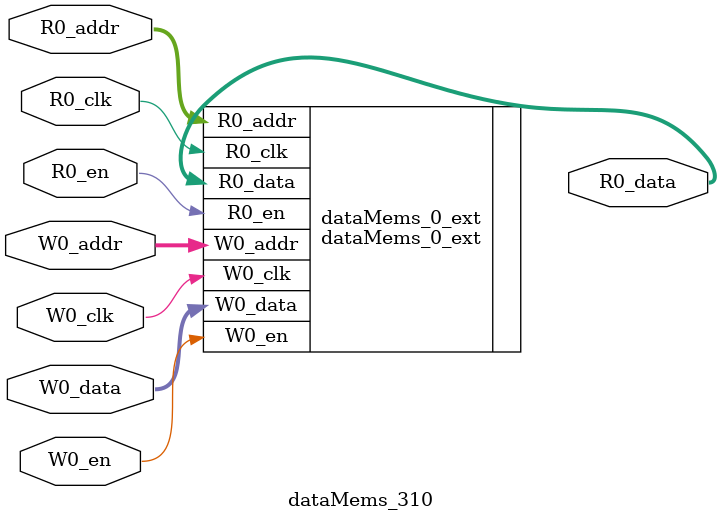
<source format=sv>
`ifndef RANDOMIZE
  `ifdef RANDOMIZE_REG_INIT
    `define RANDOMIZE
  `endif // RANDOMIZE_REG_INIT
`endif // not def RANDOMIZE
`ifndef RANDOMIZE
  `ifdef RANDOMIZE_MEM_INIT
    `define RANDOMIZE
  `endif // RANDOMIZE_MEM_INIT
`endif // not def RANDOMIZE

`ifndef RANDOM
  `define RANDOM $random
`endif // not def RANDOM

// Users can define 'PRINTF_COND' to add an extra gate to prints.
`ifndef PRINTF_COND_
  `ifdef PRINTF_COND
    `define PRINTF_COND_ (`PRINTF_COND)
  `else  // PRINTF_COND
    `define PRINTF_COND_ 1
  `endif // PRINTF_COND
`endif // not def PRINTF_COND_

// Users can define 'ASSERT_VERBOSE_COND' to add an extra gate to assert error printing.
`ifndef ASSERT_VERBOSE_COND_
  `ifdef ASSERT_VERBOSE_COND
    `define ASSERT_VERBOSE_COND_ (`ASSERT_VERBOSE_COND)
  `else  // ASSERT_VERBOSE_COND
    `define ASSERT_VERBOSE_COND_ 1
  `endif // ASSERT_VERBOSE_COND
`endif // not def ASSERT_VERBOSE_COND_

// Users can define 'STOP_COND' to add an extra gate to stop conditions.
`ifndef STOP_COND_
  `ifdef STOP_COND
    `define STOP_COND_ (`STOP_COND)
  `else  // STOP_COND
    `define STOP_COND_ 1
  `endif // STOP_COND
`endif // not def STOP_COND_

// Users can define INIT_RANDOM as general code that gets injected into the
// initializer block for modules with registers.
`ifndef INIT_RANDOM
  `define INIT_RANDOM
`endif // not def INIT_RANDOM

// If using random initialization, you can also define RANDOMIZE_DELAY to
// customize the delay used, otherwise 0.002 is used.
`ifndef RANDOMIZE_DELAY
  `define RANDOMIZE_DELAY 0.002
`endif // not def RANDOMIZE_DELAY

// Define INIT_RANDOM_PROLOG_ for use in our modules below.
`ifndef INIT_RANDOM_PROLOG_
  `ifdef RANDOMIZE
    `ifdef VERILATOR
      `define INIT_RANDOM_PROLOG_ `INIT_RANDOM
    `else  // VERILATOR
      `define INIT_RANDOM_PROLOG_ `INIT_RANDOM #`RANDOMIZE_DELAY begin end
    `endif // VERILATOR
  `else  // RANDOMIZE
    `define INIT_RANDOM_PROLOG_
  `endif // RANDOMIZE
`endif // not def INIT_RANDOM_PROLOG_

// Include register initializers in init blocks unless synthesis is set
`ifndef SYNTHESIS
  `ifndef ENABLE_INITIAL_REG_
    `define ENABLE_INITIAL_REG_
  `endif // not def ENABLE_INITIAL_REG_
`endif // not def SYNTHESIS

// Include rmemory initializers in init blocks unless synthesis is set
`ifndef SYNTHESIS
  `ifndef ENABLE_INITIAL_MEM_
    `define ENABLE_INITIAL_MEM_
  `endif // not def ENABLE_INITIAL_MEM_
`endif // not def SYNTHESIS

module dataMems_310(	// @[generators/ara/src/main/scala/UnsafeAXI4ToTL.scala:365:62]
  input  [4:0]  R0_addr,
  input         R0_en,
  input         R0_clk,
  output [66:0] R0_data,
  input  [4:0]  W0_addr,
  input         W0_en,
  input         W0_clk,
  input  [66:0] W0_data
);

  dataMems_0_ext dataMems_0_ext (	// @[generators/ara/src/main/scala/UnsafeAXI4ToTL.scala:365:62]
    .R0_addr (R0_addr),
    .R0_en   (R0_en),
    .R0_clk  (R0_clk),
    .R0_data (R0_data),
    .W0_addr (W0_addr),
    .W0_en   (W0_en),
    .W0_clk  (W0_clk),
    .W0_data (W0_data)
  );
endmodule


</source>
